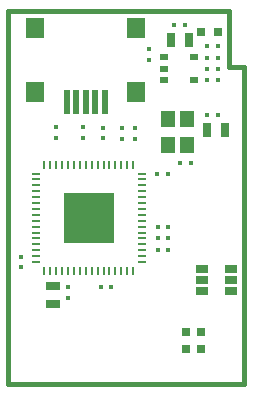
<source format=gtp>
G04 (created by PCBNEW-RS274X (2010-08-11 BZR 2448)-unstable) date Fri 17 Jun 2011 15:12:29 CST*
G01*
G70*
G90*
%MOIN*%
G04 Gerber Fmt 3.4, Leading zero omitted, Abs format*
%FSLAX34Y34*%
G04 APERTURE LIST*
%ADD10C,0.001000*%
%ADD11C,0.015000*%
%ADD12R,0.031400X0.031400*%
%ADD13R,0.009800X0.031500*%
%ADD14R,0.031500X0.009800*%
%ADD15R,0.171300X0.171300*%
%ADD16R,0.018100X0.018100*%
%ADD17R,0.025000X0.045000*%
%ADD18R,0.045000X0.025000*%
%ADD19R,0.030000X0.020000*%
%ADD20R,0.039400X0.027600*%
%ADD21R,0.019700X0.078700*%
%ADD22R,0.063000X0.070900*%
%ADD23R,0.045300X0.055100*%
G04 APERTURE END LIST*
G54D10*
G54D11*
X47244Y-41220D02*
X47244Y-41220D01*
X46732Y-41221D02*
X47244Y-41221D01*
X46732Y-39370D02*
X46732Y-41220D01*
X39370Y-51811D02*
X39370Y-39370D01*
X47244Y-51811D02*
X39370Y-51811D01*
X47244Y-41220D02*
X47244Y-51811D01*
X39370Y-39370D02*
X46732Y-39370D01*
G54D12*
X46375Y-40080D03*
X45785Y-40080D03*
X45800Y-50645D03*
X45800Y-50055D03*
X45300Y-50645D03*
X45300Y-50055D03*
G54D13*
X43530Y-44490D03*
X43333Y-44490D03*
X43136Y-44490D03*
X42939Y-44490D03*
X42743Y-44490D03*
X42546Y-44490D03*
X42349Y-44490D03*
X42152Y-44490D03*
X41955Y-44490D03*
X41758Y-44490D03*
X41561Y-44490D03*
X41365Y-44490D03*
X41168Y-44490D03*
X40971Y-44490D03*
X40774Y-44490D03*
X40577Y-44490D03*
G54D14*
X40282Y-44785D03*
X40282Y-44982D03*
X40282Y-45179D03*
X40282Y-45376D03*
X40282Y-45573D03*
X40282Y-45770D03*
X40282Y-45966D03*
X40282Y-46163D03*
X40282Y-46360D03*
X40282Y-46557D03*
X40282Y-46754D03*
X40282Y-46951D03*
X40282Y-47147D03*
X40282Y-47344D03*
X40282Y-47541D03*
X40282Y-47738D03*
G54D13*
X40577Y-48033D03*
X40774Y-48033D03*
X40971Y-48033D03*
X41168Y-48033D03*
X41365Y-48033D03*
X41561Y-48033D03*
X41758Y-48033D03*
X41955Y-48033D03*
X42152Y-48033D03*
X42349Y-48033D03*
X42546Y-48033D03*
X42743Y-48033D03*
X42939Y-48033D03*
X43136Y-48033D03*
X43333Y-48033D03*
X43530Y-48033D03*
G54D14*
X43825Y-47738D03*
X43825Y-47541D03*
X43825Y-47344D03*
X43825Y-47147D03*
X43825Y-46951D03*
X43825Y-46754D03*
X43825Y-46557D03*
X43825Y-46360D03*
X43825Y-46163D03*
X43825Y-45966D03*
X43825Y-45770D03*
X43825Y-45573D03*
X43825Y-45376D03*
X43825Y-45179D03*
X43825Y-44982D03*
X43825Y-44785D03*
G54D15*
X42054Y-46262D03*
G54D16*
X45110Y-44440D03*
X45460Y-44440D03*
X43587Y-43618D03*
X43587Y-43268D03*
X44050Y-41000D03*
X44050Y-40650D03*
X44710Y-46950D03*
X44360Y-46950D03*
X44710Y-46570D03*
X44360Y-46570D03*
X46010Y-41300D03*
X46360Y-41300D03*
X46010Y-40920D03*
X46360Y-40920D03*
X44900Y-39840D03*
X45250Y-39840D03*
X42450Y-48580D03*
X42800Y-48580D03*
X44360Y-47330D03*
X44710Y-47330D03*
X39780Y-47560D03*
X39780Y-47910D03*
X41360Y-48570D03*
X41360Y-48920D03*
X44340Y-44790D03*
X44690Y-44790D03*
X43169Y-43268D03*
X43169Y-43618D03*
X41870Y-43248D03*
X41870Y-43598D03*
X46360Y-40540D03*
X46010Y-40540D03*
X46010Y-42850D03*
X46360Y-42850D03*
X46010Y-41680D03*
X46360Y-41680D03*
G54D17*
X44780Y-40340D03*
X45380Y-40340D03*
X45980Y-43350D03*
X46580Y-43350D03*
G54D18*
X40870Y-48530D03*
X40870Y-49130D03*
G54D19*
X44550Y-40915D03*
X44550Y-41665D03*
X45550Y-40915D03*
X44550Y-41290D03*
X45550Y-41665D03*
G54D20*
X45840Y-47960D03*
X45840Y-48335D03*
X45840Y-48708D03*
X46784Y-48710D03*
X46784Y-48332D03*
X46784Y-47960D03*
G54D21*
X41320Y-42393D03*
X41635Y-42393D03*
X41950Y-42393D03*
X42265Y-42393D03*
X42580Y-42393D03*
G54D22*
X40257Y-42078D03*
X43643Y-42078D03*
X40257Y-39933D03*
X43643Y-39933D03*
G54D16*
X40949Y-43598D03*
X40949Y-43248D03*
X42539Y-43602D03*
X42539Y-43252D03*
G54D23*
X44690Y-42970D03*
X44690Y-43836D03*
X45320Y-43836D03*
X45320Y-42970D03*
M02*

</source>
